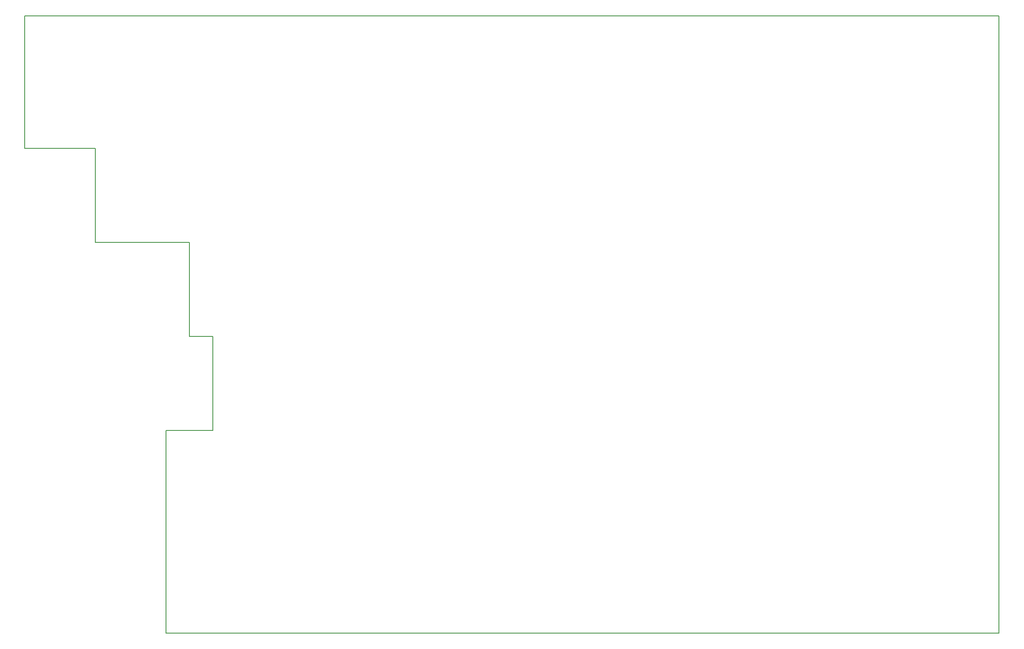
<source format=gm1>
G04 #@! TF.GenerationSoftware,KiCad,Pcbnew,(5.0.2)-1*
G04 #@! TF.CreationDate,2019-02-16T22:05:58+09:00*
G04 #@! TF.ProjectId,pakbd,70616b62-642e-46b6-9963-61645f706362,1*
G04 #@! TF.SameCoordinates,Original*
G04 #@! TF.FileFunction,Profile,NP*
%FSLAX46Y46*%
G04 Gerber Fmt 4.6, Leading zero omitted, Abs format (unit mm)*
G04 Created by KiCad (PCBNEW (5.0.2)-1) date 2019/02/16 22:05:58*
%MOMM*%
%LPD*%
G01*
G04 APERTURE LIST*
%ADD10C,0.150000*%
%ADD11C,0.200000*%
G04 APERTURE END LIST*
D10*
X189427500Y-25970000D02*
X189427500Y-52782500D01*
D11*
X222765000Y-90882500D02*
X227527500Y-90882500D01*
D10*
X222765000Y-71832500D02*
X222765000Y-90882500D01*
D11*
X218002500Y-109930000D02*
X227527500Y-109930000D01*
X189427500Y-52782500D02*
X203715000Y-52782500D01*
X189427500Y-25970000D02*
X386680000Y-25970000D01*
D10*
X203715000Y-52782500D02*
X203715000Y-71832500D01*
D11*
X218002500Y-151020000D02*
X386700000Y-151020000D01*
D10*
X218002500Y-109932500D02*
X218002500Y-151032500D01*
X386700000Y-25970000D02*
X386700000Y-151020000D01*
X227527500Y-90882500D02*
X227527500Y-109932500D01*
D11*
X203715000Y-71832500D02*
X222765000Y-71832500D01*
M02*

</source>
